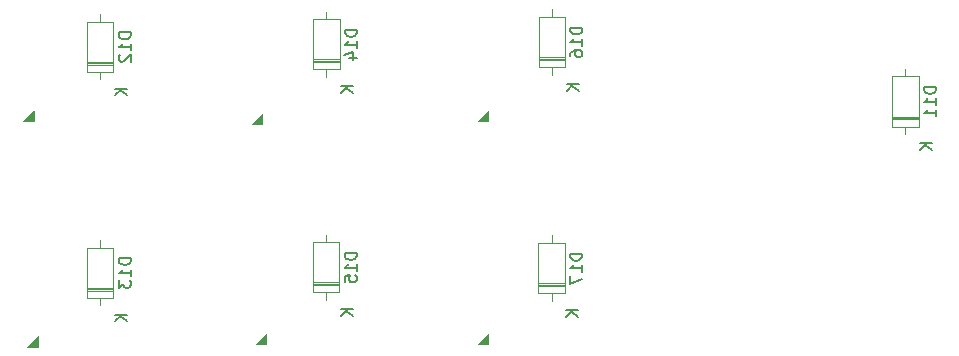
<source format=gbr>
%TF.GenerationSoftware,KiCad,Pcbnew,9.0.7*%
%TF.CreationDate,2026-02-26T06:36:33+05:30*%
%TF.ProjectId,Pomopad,506f6d6f-7061-4642-9e6b-696361645f70,rev?*%
%TF.SameCoordinates,Original*%
%TF.FileFunction,Legend,Bot*%
%TF.FilePolarity,Positive*%
%FSLAX46Y46*%
G04 Gerber Fmt 4.6, Leading zero omitted, Abs format (unit mm)*
G04 Created by KiCad (PCBNEW 9.0.7) date 2026-02-26 06:36:33*
%MOMM*%
%LPD*%
G01*
G04 APERTURE LIST*
%ADD10C,0.150000*%
%ADD11C,0.100000*%
%ADD12C,0.120000*%
G04 APERTURE END LIST*
D10*
X180483819Y-80478714D02*
X179483819Y-80478714D01*
X179483819Y-80478714D02*
X179483819Y-80716809D01*
X179483819Y-80716809D02*
X179531438Y-80859666D01*
X179531438Y-80859666D02*
X179626676Y-80954904D01*
X179626676Y-80954904D02*
X179721914Y-81002523D01*
X179721914Y-81002523D02*
X179912390Y-81050142D01*
X179912390Y-81050142D02*
X180055247Y-81050142D01*
X180055247Y-81050142D02*
X180245723Y-81002523D01*
X180245723Y-81002523D02*
X180340961Y-80954904D01*
X180340961Y-80954904D02*
X180436200Y-80859666D01*
X180436200Y-80859666D02*
X180483819Y-80716809D01*
X180483819Y-80716809D02*
X180483819Y-80478714D01*
X180483819Y-82002523D02*
X180483819Y-81431095D01*
X180483819Y-81716809D02*
X179483819Y-81716809D01*
X179483819Y-81716809D02*
X179626676Y-81621571D01*
X179626676Y-81621571D02*
X179721914Y-81526333D01*
X179721914Y-81526333D02*
X179769533Y-81431095D01*
X179579057Y-82383476D02*
X179531438Y-82431095D01*
X179531438Y-82431095D02*
X179483819Y-82526333D01*
X179483819Y-82526333D02*
X179483819Y-82764428D01*
X179483819Y-82764428D02*
X179531438Y-82859666D01*
X179531438Y-82859666D02*
X179579057Y-82907285D01*
X179579057Y-82907285D02*
X179674295Y-82954904D01*
X179674295Y-82954904D02*
X179769533Y-82954904D01*
X179769533Y-82954904D02*
X179912390Y-82907285D01*
X179912390Y-82907285D02*
X180483819Y-82335857D01*
X180483819Y-82335857D02*
X180483819Y-82954904D01*
X180163819Y-85241095D02*
X179163819Y-85241095D01*
X180163819Y-85812523D02*
X179592390Y-85383952D01*
X179163819Y-85812523D02*
X179735247Y-85241095D01*
X199623819Y-99158714D02*
X198623819Y-99158714D01*
X198623819Y-99158714D02*
X198623819Y-99396809D01*
X198623819Y-99396809D02*
X198671438Y-99539666D01*
X198671438Y-99539666D02*
X198766676Y-99634904D01*
X198766676Y-99634904D02*
X198861914Y-99682523D01*
X198861914Y-99682523D02*
X199052390Y-99730142D01*
X199052390Y-99730142D02*
X199195247Y-99730142D01*
X199195247Y-99730142D02*
X199385723Y-99682523D01*
X199385723Y-99682523D02*
X199480961Y-99634904D01*
X199480961Y-99634904D02*
X199576200Y-99539666D01*
X199576200Y-99539666D02*
X199623819Y-99396809D01*
X199623819Y-99396809D02*
X199623819Y-99158714D01*
X199623819Y-100682523D02*
X199623819Y-100111095D01*
X199623819Y-100396809D02*
X198623819Y-100396809D01*
X198623819Y-100396809D02*
X198766676Y-100301571D01*
X198766676Y-100301571D02*
X198861914Y-100206333D01*
X198861914Y-100206333D02*
X198909533Y-100111095D01*
X198623819Y-101587285D02*
X198623819Y-101111095D01*
X198623819Y-101111095D02*
X199100009Y-101063476D01*
X199100009Y-101063476D02*
X199052390Y-101111095D01*
X199052390Y-101111095D02*
X199004771Y-101206333D01*
X199004771Y-101206333D02*
X199004771Y-101444428D01*
X199004771Y-101444428D02*
X199052390Y-101539666D01*
X199052390Y-101539666D02*
X199100009Y-101587285D01*
X199100009Y-101587285D02*
X199195247Y-101634904D01*
X199195247Y-101634904D02*
X199433342Y-101634904D01*
X199433342Y-101634904D02*
X199528580Y-101587285D01*
X199528580Y-101587285D02*
X199576200Y-101539666D01*
X199576200Y-101539666D02*
X199623819Y-101444428D01*
X199623819Y-101444428D02*
X199623819Y-101206333D01*
X199623819Y-101206333D02*
X199576200Y-101111095D01*
X199576200Y-101111095D02*
X199528580Y-101063476D01*
X199303819Y-103921095D02*
X198303819Y-103921095D01*
X199303819Y-104492523D02*
X198732390Y-104063952D01*
X198303819Y-104492523D02*
X198875247Y-103921095D01*
X218713819Y-99228714D02*
X217713819Y-99228714D01*
X217713819Y-99228714D02*
X217713819Y-99466809D01*
X217713819Y-99466809D02*
X217761438Y-99609666D01*
X217761438Y-99609666D02*
X217856676Y-99704904D01*
X217856676Y-99704904D02*
X217951914Y-99752523D01*
X217951914Y-99752523D02*
X218142390Y-99800142D01*
X218142390Y-99800142D02*
X218285247Y-99800142D01*
X218285247Y-99800142D02*
X218475723Y-99752523D01*
X218475723Y-99752523D02*
X218570961Y-99704904D01*
X218570961Y-99704904D02*
X218666200Y-99609666D01*
X218666200Y-99609666D02*
X218713819Y-99466809D01*
X218713819Y-99466809D02*
X218713819Y-99228714D01*
X218713819Y-100752523D02*
X218713819Y-100181095D01*
X218713819Y-100466809D02*
X217713819Y-100466809D01*
X217713819Y-100466809D02*
X217856676Y-100371571D01*
X217856676Y-100371571D02*
X217951914Y-100276333D01*
X217951914Y-100276333D02*
X217999533Y-100181095D01*
X217713819Y-101085857D02*
X217713819Y-101752523D01*
X217713819Y-101752523D02*
X218713819Y-101323952D01*
X218393819Y-103991095D02*
X217393819Y-103991095D01*
X218393819Y-104562523D02*
X217822390Y-104133952D01*
X217393819Y-104562523D02*
X217965247Y-103991095D01*
X218733819Y-80088714D02*
X217733819Y-80088714D01*
X217733819Y-80088714D02*
X217733819Y-80326809D01*
X217733819Y-80326809D02*
X217781438Y-80469666D01*
X217781438Y-80469666D02*
X217876676Y-80564904D01*
X217876676Y-80564904D02*
X217971914Y-80612523D01*
X217971914Y-80612523D02*
X218162390Y-80660142D01*
X218162390Y-80660142D02*
X218305247Y-80660142D01*
X218305247Y-80660142D02*
X218495723Y-80612523D01*
X218495723Y-80612523D02*
X218590961Y-80564904D01*
X218590961Y-80564904D02*
X218686200Y-80469666D01*
X218686200Y-80469666D02*
X218733819Y-80326809D01*
X218733819Y-80326809D02*
X218733819Y-80088714D01*
X218733819Y-81612523D02*
X218733819Y-81041095D01*
X218733819Y-81326809D02*
X217733819Y-81326809D01*
X217733819Y-81326809D02*
X217876676Y-81231571D01*
X217876676Y-81231571D02*
X217971914Y-81136333D01*
X217971914Y-81136333D02*
X218019533Y-81041095D01*
X217733819Y-82469666D02*
X217733819Y-82279190D01*
X217733819Y-82279190D02*
X217781438Y-82183952D01*
X217781438Y-82183952D02*
X217829057Y-82136333D01*
X217829057Y-82136333D02*
X217971914Y-82041095D01*
X217971914Y-82041095D02*
X218162390Y-81993476D01*
X218162390Y-81993476D02*
X218543342Y-81993476D01*
X218543342Y-81993476D02*
X218638580Y-82041095D01*
X218638580Y-82041095D02*
X218686200Y-82088714D01*
X218686200Y-82088714D02*
X218733819Y-82183952D01*
X218733819Y-82183952D02*
X218733819Y-82374428D01*
X218733819Y-82374428D02*
X218686200Y-82469666D01*
X218686200Y-82469666D02*
X218638580Y-82517285D01*
X218638580Y-82517285D02*
X218543342Y-82564904D01*
X218543342Y-82564904D02*
X218305247Y-82564904D01*
X218305247Y-82564904D02*
X218210009Y-82517285D01*
X218210009Y-82517285D02*
X218162390Y-82469666D01*
X218162390Y-82469666D02*
X218114771Y-82374428D01*
X218114771Y-82374428D02*
X218114771Y-82183952D01*
X218114771Y-82183952D02*
X218162390Y-82088714D01*
X218162390Y-82088714D02*
X218210009Y-82041095D01*
X218210009Y-82041095D02*
X218305247Y-81993476D01*
X218413819Y-84851095D02*
X217413819Y-84851095D01*
X218413819Y-85422523D02*
X217842390Y-84993952D01*
X217413819Y-85422523D02*
X217985247Y-84851095D01*
X199643819Y-80278714D02*
X198643819Y-80278714D01*
X198643819Y-80278714D02*
X198643819Y-80516809D01*
X198643819Y-80516809D02*
X198691438Y-80659666D01*
X198691438Y-80659666D02*
X198786676Y-80754904D01*
X198786676Y-80754904D02*
X198881914Y-80802523D01*
X198881914Y-80802523D02*
X199072390Y-80850142D01*
X199072390Y-80850142D02*
X199215247Y-80850142D01*
X199215247Y-80850142D02*
X199405723Y-80802523D01*
X199405723Y-80802523D02*
X199500961Y-80754904D01*
X199500961Y-80754904D02*
X199596200Y-80659666D01*
X199596200Y-80659666D02*
X199643819Y-80516809D01*
X199643819Y-80516809D02*
X199643819Y-80278714D01*
X199643819Y-81802523D02*
X199643819Y-81231095D01*
X199643819Y-81516809D02*
X198643819Y-81516809D01*
X198643819Y-81516809D02*
X198786676Y-81421571D01*
X198786676Y-81421571D02*
X198881914Y-81326333D01*
X198881914Y-81326333D02*
X198929533Y-81231095D01*
X198977152Y-82659666D02*
X199643819Y-82659666D01*
X198596200Y-82421571D02*
X199310485Y-82183476D01*
X199310485Y-82183476D02*
X199310485Y-82802523D01*
X199323819Y-85041095D02*
X198323819Y-85041095D01*
X199323819Y-85612523D02*
X198752390Y-85183952D01*
X198323819Y-85612523D02*
X198895247Y-85041095D01*
X180493819Y-99608714D02*
X179493819Y-99608714D01*
X179493819Y-99608714D02*
X179493819Y-99846809D01*
X179493819Y-99846809D02*
X179541438Y-99989666D01*
X179541438Y-99989666D02*
X179636676Y-100084904D01*
X179636676Y-100084904D02*
X179731914Y-100132523D01*
X179731914Y-100132523D02*
X179922390Y-100180142D01*
X179922390Y-100180142D02*
X180065247Y-100180142D01*
X180065247Y-100180142D02*
X180255723Y-100132523D01*
X180255723Y-100132523D02*
X180350961Y-100084904D01*
X180350961Y-100084904D02*
X180446200Y-99989666D01*
X180446200Y-99989666D02*
X180493819Y-99846809D01*
X180493819Y-99846809D02*
X180493819Y-99608714D01*
X180493819Y-101132523D02*
X180493819Y-100561095D01*
X180493819Y-100846809D02*
X179493819Y-100846809D01*
X179493819Y-100846809D02*
X179636676Y-100751571D01*
X179636676Y-100751571D02*
X179731914Y-100656333D01*
X179731914Y-100656333D02*
X179779533Y-100561095D01*
X179493819Y-101465857D02*
X179493819Y-102084904D01*
X179493819Y-102084904D02*
X179874771Y-101751571D01*
X179874771Y-101751571D02*
X179874771Y-101894428D01*
X179874771Y-101894428D02*
X179922390Y-101989666D01*
X179922390Y-101989666D02*
X179970009Y-102037285D01*
X179970009Y-102037285D02*
X180065247Y-102084904D01*
X180065247Y-102084904D02*
X180303342Y-102084904D01*
X180303342Y-102084904D02*
X180398580Y-102037285D01*
X180398580Y-102037285D02*
X180446200Y-101989666D01*
X180446200Y-101989666D02*
X180493819Y-101894428D01*
X180493819Y-101894428D02*
X180493819Y-101608714D01*
X180493819Y-101608714D02*
X180446200Y-101513476D01*
X180446200Y-101513476D02*
X180398580Y-101465857D01*
X180173819Y-104371095D02*
X179173819Y-104371095D01*
X180173819Y-104942523D02*
X179602390Y-104513952D01*
X179173819Y-104942523D02*
X179745247Y-104371095D01*
X248673819Y-85118714D02*
X247673819Y-85118714D01*
X247673819Y-85118714D02*
X247673819Y-85356809D01*
X247673819Y-85356809D02*
X247721438Y-85499666D01*
X247721438Y-85499666D02*
X247816676Y-85594904D01*
X247816676Y-85594904D02*
X247911914Y-85642523D01*
X247911914Y-85642523D02*
X248102390Y-85690142D01*
X248102390Y-85690142D02*
X248245247Y-85690142D01*
X248245247Y-85690142D02*
X248435723Y-85642523D01*
X248435723Y-85642523D02*
X248530961Y-85594904D01*
X248530961Y-85594904D02*
X248626200Y-85499666D01*
X248626200Y-85499666D02*
X248673819Y-85356809D01*
X248673819Y-85356809D02*
X248673819Y-85118714D01*
X248673819Y-86642523D02*
X248673819Y-86071095D01*
X248673819Y-86356809D02*
X247673819Y-86356809D01*
X247673819Y-86356809D02*
X247816676Y-86261571D01*
X247816676Y-86261571D02*
X247911914Y-86166333D01*
X247911914Y-86166333D02*
X247959533Y-86071095D01*
X248673819Y-87594904D02*
X248673819Y-87023476D01*
X248673819Y-87309190D02*
X247673819Y-87309190D01*
X247673819Y-87309190D02*
X247816676Y-87213952D01*
X247816676Y-87213952D02*
X247911914Y-87118714D01*
X247911914Y-87118714D02*
X247959533Y-87023476D01*
X248353819Y-89881095D02*
X247353819Y-89881095D01*
X248353819Y-90452523D02*
X247782390Y-90023952D01*
X247353819Y-90452523D02*
X247925247Y-89881095D01*
D11*
%TO.C,D1*%
X172319001Y-88000158D02*
X171419001Y-88000158D01*
X172319001Y-87100158D01*
X172319001Y-88000158D01*
G36*
X172319001Y-88000158D02*
G01*
X171419001Y-88000158D01*
X172319001Y-87100158D01*
X172319001Y-88000158D01*
G37*
%TO.C,D2*%
X191639000Y-88263000D02*
X190739000Y-88263000D01*
X191639000Y-87363000D01*
X191639000Y-88263000D01*
G36*
X191639000Y-88263000D02*
G01*
X190739000Y-88263000D01*
X191639000Y-87363000D01*
X191639000Y-88263000D01*
G37*
%TO.C,D8*%
X172609000Y-107113000D02*
X171709000Y-107113000D01*
X172609000Y-106213000D01*
X172609000Y-107113000D01*
G36*
X172609000Y-107113000D02*
G01*
X171709000Y-107113000D01*
X172609000Y-106213000D01*
X172609000Y-107113000D01*
G37*
%TO.C,D7*%
X191986500Y-106903000D02*
X191086500Y-106903000D01*
X191986500Y-106003000D01*
X191986500Y-106903000D01*
G36*
X191986500Y-106903000D02*
G01*
X191086500Y-106903000D01*
X191986500Y-106003000D01*
X191986500Y-106903000D01*
G37*
%TO.C,D6*%
X210786500Y-106903000D02*
X209886500Y-106903000D01*
X210786500Y-106003000D01*
X210786500Y-106903000D01*
G36*
X210786500Y-106903000D02*
G01*
X209886500Y-106903000D01*
X210786500Y-106003000D01*
X210786500Y-106903000D01*
G37*
%TO.C,D3*%
X210789001Y-88000158D02*
X209889001Y-88000158D01*
X210789001Y-87100158D01*
X210789001Y-88000158D01*
G36*
X210789001Y-88000158D02*
G01*
X209889001Y-88000158D01*
X210789001Y-87100158D01*
X210789001Y-88000158D01*
G37*
D12*
%TO.C,D12*%
X177909000Y-78923000D02*
X177909000Y-79573000D01*
X177909000Y-84463000D02*
X177909000Y-83813000D01*
X179029000Y-82973000D02*
X176789000Y-82973000D01*
X179029000Y-83093000D02*
X176789000Y-83093000D01*
X179029000Y-83213000D02*
X176789000Y-83213000D01*
X179029000Y-83813000D02*
X176789000Y-83813000D01*
X176789000Y-79573000D01*
X179029000Y-79573000D01*
X179029000Y-83813000D01*
%TO.C,D15*%
X197049000Y-97603000D02*
X197049000Y-98253000D01*
X197049000Y-103143000D02*
X197049000Y-102493000D01*
X198169000Y-101653000D02*
X195929000Y-101653000D01*
X198169000Y-101773000D02*
X195929000Y-101773000D01*
X198169000Y-101893000D02*
X195929000Y-101893000D01*
X198169000Y-102493000D02*
X195929000Y-102493000D01*
X195929000Y-98253000D01*
X198169000Y-98253000D01*
X198169000Y-102493000D01*
%TO.C,D17*%
X216139000Y-97673000D02*
X216139000Y-98323000D01*
X216139000Y-103213000D02*
X216139000Y-102563000D01*
X217259000Y-101723000D02*
X215019000Y-101723000D01*
X217259000Y-101843000D02*
X215019000Y-101843000D01*
X217259000Y-101963000D02*
X215019000Y-101963000D01*
X217259000Y-102563000D02*
X215019000Y-102563000D01*
X215019000Y-98323000D01*
X217259000Y-98323000D01*
X217259000Y-102563000D01*
%TO.C,D16*%
X216159000Y-78533000D02*
X216159000Y-79183000D01*
X216159000Y-84073000D02*
X216159000Y-83423000D01*
X217279000Y-82583000D02*
X215039000Y-82583000D01*
X217279000Y-82703000D02*
X215039000Y-82703000D01*
X217279000Y-82823000D02*
X215039000Y-82823000D01*
X217279000Y-83423000D02*
X215039000Y-83423000D01*
X215039000Y-79183000D01*
X217279000Y-79183000D01*
X217279000Y-83423000D01*
%TO.C,D14*%
X197069000Y-78723000D02*
X197069000Y-79373000D01*
X197069000Y-84263000D02*
X197069000Y-83613000D01*
X198189000Y-82773000D02*
X195949000Y-82773000D01*
X198189000Y-82893000D02*
X195949000Y-82893000D01*
X198189000Y-83013000D02*
X195949000Y-83013000D01*
X198189000Y-83613000D02*
X195949000Y-83613000D01*
X195949000Y-79373000D01*
X198189000Y-79373000D01*
X198189000Y-83613000D01*
%TO.C,D13*%
X177919000Y-98053000D02*
X177919000Y-98703000D01*
X177919000Y-103593000D02*
X177919000Y-102943000D01*
X179039000Y-102103000D02*
X176799000Y-102103000D01*
X179039000Y-102223000D02*
X176799000Y-102223000D01*
X179039000Y-102343000D02*
X176799000Y-102343000D01*
X179039000Y-102943000D02*
X176799000Y-102943000D01*
X176799000Y-98703000D01*
X179039000Y-98703000D01*
X179039000Y-102943000D01*
%TO.C,D11*%
X246099000Y-83563000D02*
X246099000Y-84213000D01*
X246099000Y-89103000D02*
X246099000Y-88453000D01*
X247219000Y-87613000D02*
X244979000Y-87613000D01*
X247219000Y-87733000D02*
X244979000Y-87733000D01*
X247219000Y-87853000D02*
X244979000Y-87853000D01*
X247219000Y-88453000D02*
X244979000Y-88453000D01*
X244979000Y-84213000D01*
X247219000Y-84213000D01*
X247219000Y-88453000D01*
%TD*%
M02*

</source>
